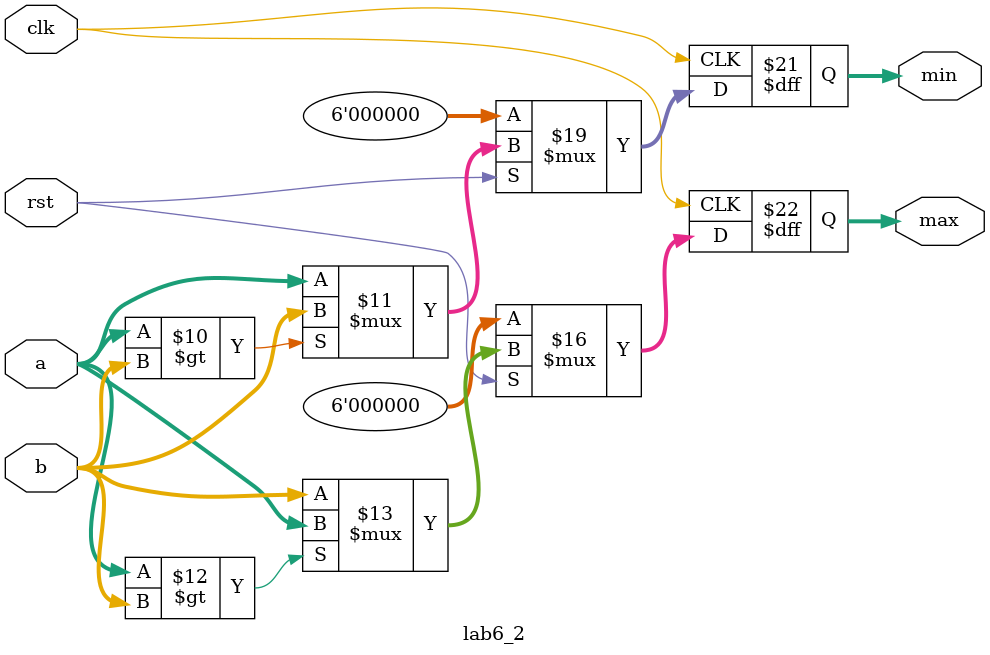
<source format=sv>
module lab6_2 
#(parameter w = 6)
(	input reg [w-1:0] a, b,
	input clk, rst,
	output reg [w-1:0] min, max
	);


function [w-1:0] fmin;
input [w-1:0] a, b;
begin
	fmin = (a>b)? b:a;
end
endfunction

function [w-1:0] fmax;
input [w-1:0] a, b;
begin
	fmax = (a>b)? a:b;
end
endfunction


always @(posedge clk) begin
	min = fmin(a,b);
	max = fmax(a,b);
	if (~rst) begin
			min = 0;
			max = 0; end
	end


endmodule
</source>
